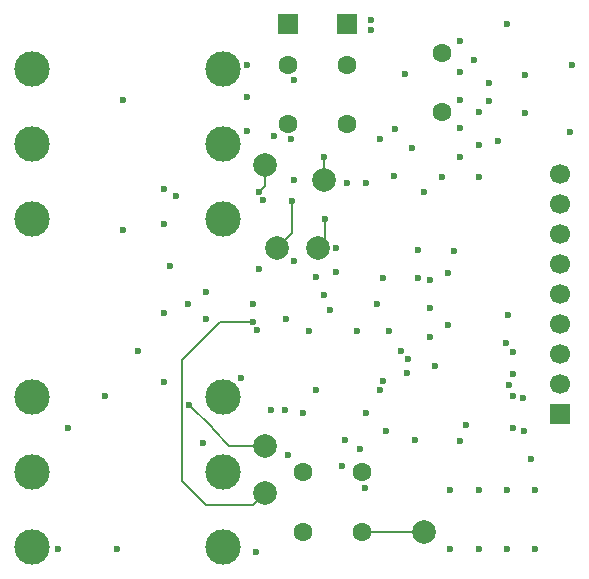
<source format=gbr>
%TF.GenerationSoftware,KiCad,Pcbnew,9.0.4*%
%TF.CreationDate,2025-09-24T19:41:08-07:00*%
%TF.ProjectId,LE_FRONTEND,4c455f46-524f-44e5-9445-4e442e6b6963,rev?*%
%TF.SameCoordinates,Original*%
%TF.FileFunction,Copper,L6,Bot*%
%TF.FilePolarity,Positive*%
%FSLAX46Y46*%
G04 Gerber Fmt 4.6, Leading zero omitted, Abs format (unit mm)*
G04 Created by KiCad (PCBNEW 9.0.4) date 2025-09-24 19:41:08*
%MOMM*%
%LPD*%
G01*
G04 APERTURE LIST*
%TA.AperFunction,ComponentPad*%
%ADD10R,1.700000X1.700000*%
%TD*%
%TA.AperFunction,ComponentPad*%
%ADD11C,1.700000*%
%TD*%
%TA.AperFunction,ComponentPad*%
%ADD12C,1.600000*%
%TD*%
%TA.AperFunction,ComponentPad*%
%ADD13C,3.000000*%
%TD*%
%TA.AperFunction,SMDPad,CuDef*%
%ADD14C,2.000000*%
%TD*%
%TA.AperFunction,ViaPad*%
%ADD15C,0.600000*%
%TD*%
%TA.AperFunction,Conductor*%
%ADD16C,0.200000*%
%TD*%
G04 APERTURE END LIST*
D10*
%TO.P,J3,1,Pin_1*%
%TO.N,/SCK*%
X112500000Y-146580000D03*
D11*
%TO.P,J3,2,Pin_2*%
%TO.N,/{slash}CS*%
X112500000Y-144040000D03*
%TO.P,J3,3,Pin_3*%
%TO.N,/SDI*%
X112500000Y-141500000D03*
%TO.P,J3,4,Pin_4*%
%TO.N,/SDO*%
X112500000Y-138960000D03*
%TO.P,J3,5,Pin_5*%
%TO.N,/{slash}IRQ*%
X112500000Y-136420000D03*
%TO.P,J3,6,Pin_6*%
%TO.N,/MCLK*%
X112500000Y-133880000D03*
%TO.P,J3,7*%
%TO.N,+3V3_DIG*%
X112500000Y-131340000D03*
%TO.P,J3,8*%
%TO.N,Vin*%
X112500000Y-128800000D03*
%TO.P,J3,9*%
%TO.N,GND*%
X112500000Y-126260000D03*
%TD*%
D12*
%TO.P,C2,1*%
%TO.N,GND*%
X94500000Y-117000000D03*
%TO.P,C2,2*%
%TO.N,/IN+*%
X94500000Y-122000000D03*
%TD*%
D13*
%TO.P,J5,R*%
%TO.N,N/C*%
X67770000Y-151500000D03*
%TO.P,J5,RN*%
X84000000Y-151500000D03*
%TO.P,J5,S*%
%TO.N,GND*%
X67770000Y-157850000D03*
%TO.P,J5,SN*%
%TO.N,N/C*%
X84000000Y-157850000D03*
%TO.P,J5,T*%
%TO.N,/OUTPUT_SIG*%
X67770000Y-145150000D03*
%TO.P,J5,TN*%
%TO.N,N/C*%
X84000000Y-145150000D03*
%TD*%
D14*
%TO.P,JIN_TP1,1,1*%
%TO.N,Net-(U9A-+)*%
X88500000Y-132500000D03*
%TD*%
D12*
%TO.P,C21,1*%
%TO.N,GND*%
X90750000Y-156500000D03*
%TO.P,C21,2*%
%TO.N,/U1_INPUT_SIG*%
X90750000Y-151500000D03*
%TD*%
%TO.P,C24,1*%
%TO.N,/U1_OUTPUT_SIG*%
X95750000Y-151500000D03*
%TO.P,C24,2*%
%TO.N,/OUTPUT_SIG*%
X95750000Y-156500000D03*
%TD*%
D13*
%TO.P,J1,R*%
%TO.N,N/C*%
X84000000Y-123650000D03*
%TO.P,J1,RN*%
X67770000Y-123650000D03*
%TO.P,J1,S*%
%TO.N,GND*%
X84000000Y-117300000D03*
%TO.P,J1,SN*%
%TO.N,N/C*%
X67770000Y-117300000D03*
%TO.P,J1,T*%
%TO.N,/POS_INPUT_SIG*%
X84000000Y-130000000D03*
%TO.P,J1,TN*%
%TO.N,N/C*%
X67770000Y-130000000D03*
%TD*%
D14*
%TO.P,1V2_TP1,1,1*%
%TO.N,/U1_REFERENCE_NON-INVERTING*%
X87500000Y-153250000D03*
%TD*%
%TO.P,OP_BRO1,1,1*%
%TO.N,/U9_output_neg*%
X92500000Y-126750000D03*
%TD*%
%TO.P,JOUT_TP1,1,1*%
%TO.N,/OUTPUT_SIG*%
X101000000Y-156500000D03*
%TD*%
%TO.P,2V5TP1,1,1*%
%TO.N,/2V5*%
X87500000Y-149250000D03*
%TD*%
D12*
%TO.P,C1,1*%
%TO.N,/POS_INPUT_SIG*%
X89500000Y-122000000D03*
%TO.P,C1,2*%
%TO.N,Net-(U9A-+)*%
X89500000Y-117000000D03*
%TD*%
D14*
%TO.P,BRO_TP1,1,1*%
%TO.N,/U9_input_neg*%
X87500000Y-125500000D03*
%TD*%
D10*
%TO.P,J2,1,Pin_1*%
%TO.N,/Neg_input_Header*%
X89500000Y-113500000D03*
%TD*%
D12*
%TO.P,C3,1*%
%TO.N,GND*%
X102500000Y-116000000D03*
%TO.P,C3,2*%
%TO.N,/IN-*%
X102500000Y-121000000D03*
%TD*%
D10*
%TO.P,J6,1,Pin_1*%
%TO.N,GND*%
X94500000Y-113500000D03*
%TD*%
D14*
%TO.P,OP_JIN1,1,1*%
%TO.N,/U9_output_pos*%
X92000000Y-132500000D03*
%TD*%
D15*
%TO.N,+3V3_Analog*%
X75500000Y-120000000D03*
X75000000Y-158000000D03*
X113500000Y-117000000D03*
X82500000Y-136250000D03*
X104000000Y-148800000D03*
X105200000Y-116600000D03*
X105600000Y-121000000D03*
X86750000Y-158250000D03*
X98400000Y-126400000D03*
X103000000Y-134600000D03*
X105600000Y-126500000D03*
X91810000Y-144475000D03*
X98050000Y-139500000D03*
X79000000Y-130500000D03*
X98500000Y-122400000D03*
X91810000Y-134950000D03*
X105600000Y-123750000D03*
X100250000Y-148750000D03*
X93500000Y-132500000D03*
X86000000Y-119750000D03*
X106500000Y-120050000D03*
X86000000Y-122600000D03*
X110000000Y-150400000D03*
X82250000Y-149000000D03*
X97000000Y-137250000D03*
X76750000Y-141250000D03*
X93500000Y-134500000D03*
X109500000Y-121100000D03*
X82500000Y-138500000D03*
X103000000Y-139000000D03*
X99400000Y-117800000D03*
%TO.N,GND*%
X107225000Y-123400000D03*
X97250000Y-123250000D03*
X101500000Y-135200000D03*
X96004952Y-152774758D03*
X105600000Y-153000000D03*
X106500000Y-118500000D03*
X75500000Y-131000000D03*
X108134761Y-144122205D03*
X99000000Y-141200000D03*
X107900000Y-140500000D03*
X95300000Y-139500000D03*
X101000000Y-127750000D03*
X74000000Y-145000000D03*
X86000000Y-117000000D03*
X108000000Y-113500000D03*
X104000000Y-119950000D03*
X101950000Y-142500000D03*
X109400000Y-145200000D03*
X70000000Y-158000000D03*
X109500000Y-117862500D03*
X87357772Y-128465544D03*
X89699999Y-123284524D03*
X79000000Y-138000000D03*
X95573514Y-149474986D03*
X108000000Y-153000000D03*
X103200000Y-158000000D03*
X103200000Y-153000000D03*
X104000000Y-122350000D03*
X109463677Y-147984853D03*
X89250000Y-146250000D03*
X113300000Y-122700000D03*
X79000000Y-143850000D03*
X97250000Y-144500000D03*
X104000000Y-115000000D03*
X85500000Y-143500000D03*
X110400000Y-158000000D03*
X101500000Y-137600000D03*
X96500000Y-113199997D03*
X101500000Y-140000000D03*
X104000000Y-117550000D03*
X103500000Y-132750000D03*
X108000000Y-158000000D03*
X110400000Y-153000000D03*
X104000000Y-124750000D03*
X86853108Y-139457432D03*
X100500000Y-132650000D03*
X105600000Y-158000000D03*
X80000000Y-128100000D03*
X79500000Y-134000000D03*
%TO.N,/U1_REFERENCE_NON-INVERTING*%
X80999228Y-137251070D03*
X89270000Y-138500000D03*
X86497017Y-138741051D03*
%TO.N,/IN+*%
X97500000Y-135000000D03*
X96100000Y-127000000D03*
%TO.N,/IN-*%
X100500000Y-135000000D03*
X102500000Y-126500000D03*
%TO.N,/U9_input_neg*%
X87000000Y-127750000D03*
X87000000Y-134250000D03*
%TO.N,/POS_INPUT_SIG*%
X88250000Y-123000000D03*
X79000000Y-127500000D03*
%TO.N,/Neg_input_Header*%
X90000000Y-126750000D03*
X96500000Y-114000000D03*
%TO.N,/VOUT*%
X99500000Y-143100000D03*
X97750000Y-148000000D03*
%TO.N,/SDO*%
X108500000Y-145000000D03*
%TO.N,/SCK*%
X108100000Y-138200000D03*
X108496338Y-143185267D03*
%TO.N,/SDI*%
X108500000Y-141300003D03*
%TO.N,/{slash}CS*%
X108500000Y-147700000D03*
%TO.N,Net-(U9A-+)*%
X89772501Y-128522501D03*
X92500000Y-136500000D03*
X90000000Y-118250000D03*
%TO.N,/2V5*%
X97502983Y-143741051D03*
X81100000Y-145750000D03*
%TO.N,/1V2*%
X91250000Y-139525000D03*
X86500000Y-137250000D03*
X93000000Y-137750000D03*
%TO.N,Net-(U5-\u002ACS)*%
X104500000Y-147500000D03*
X99641987Y-141900000D03*
%TO.N,/U1_INPUT_SIG*%
X89500000Y-150000000D03*
X88000000Y-146250000D03*
X94250000Y-148750000D03*
%TO.N,/U1_OUTPUT_SIG*%
X90750000Y-146500000D03*
X94066040Y-150933960D03*
%TO.N,/U9_output_neg*%
X92500000Y-124750000D03*
X90000000Y-133600000D03*
X100000000Y-124000000D03*
%TO.N,/OUTPUT_SIG*%
X96100000Y-146493675D03*
X70800000Y-147750000D03*
%TO.N,/U9_output_pos*%
X92575000Y-130000000D03*
X94500000Y-127000000D03*
%TD*%
D16*
%TO.N,/U1_REFERENCE_NON-INVERTING*%
X83750000Y-138750000D02*
X80500000Y-142000000D01*
X86500000Y-154250000D02*
X82500000Y-154250000D01*
X82500000Y-154250000D02*
X80500000Y-152250000D01*
X87500000Y-153250000D02*
X86500000Y-154250000D01*
X86497017Y-138741051D02*
X85483949Y-138741051D01*
X85475000Y-138750000D02*
X83750000Y-138750000D01*
X80500000Y-142000000D02*
X80500000Y-152250000D01*
X85483949Y-138741051D02*
X85475000Y-138750000D01*
%TO.N,/U9_input_neg*%
X87500000Y-125500000D02*
X87500000Y-127250000D01*
X87500000Y-127250000D02*
X87000000Y-127750000D01*
%TO.N,Net-(U9A-+)*%
X88500000Y-132500000D02*
X89772501Y-131227499D01*
X89772501Y-131227499D02*
X89772501Y-128522501D01*
%TO.N,/2V5*%
X84500000Y-149250000D02*
X87500000Y-149250000D01*
X81100000Y-145750000D02*
X83100000Y-147750000D01*
X83100000Y-147750000D02*
X83100000Y-147850000D01*
X83100000Y-147850000D02*
X84500000Y-149250000D01*
%TO.N,/U9_output_neg*%
X92500000Y-126750000D02*
X92500000Y-124750000D01*
%TO.N,/OUTPUT_SIG*%
X95750000Y-156500000D02*
X101000000Y-156500000D01*
%TO.N,/U9_output_pos*%
X92575000Y-131925000D02*
X92575000Y-130000000D01*
X92000000Y-132500000D02*
X92575000Y-131925000D01*
%TD*%
M02*

</source>
